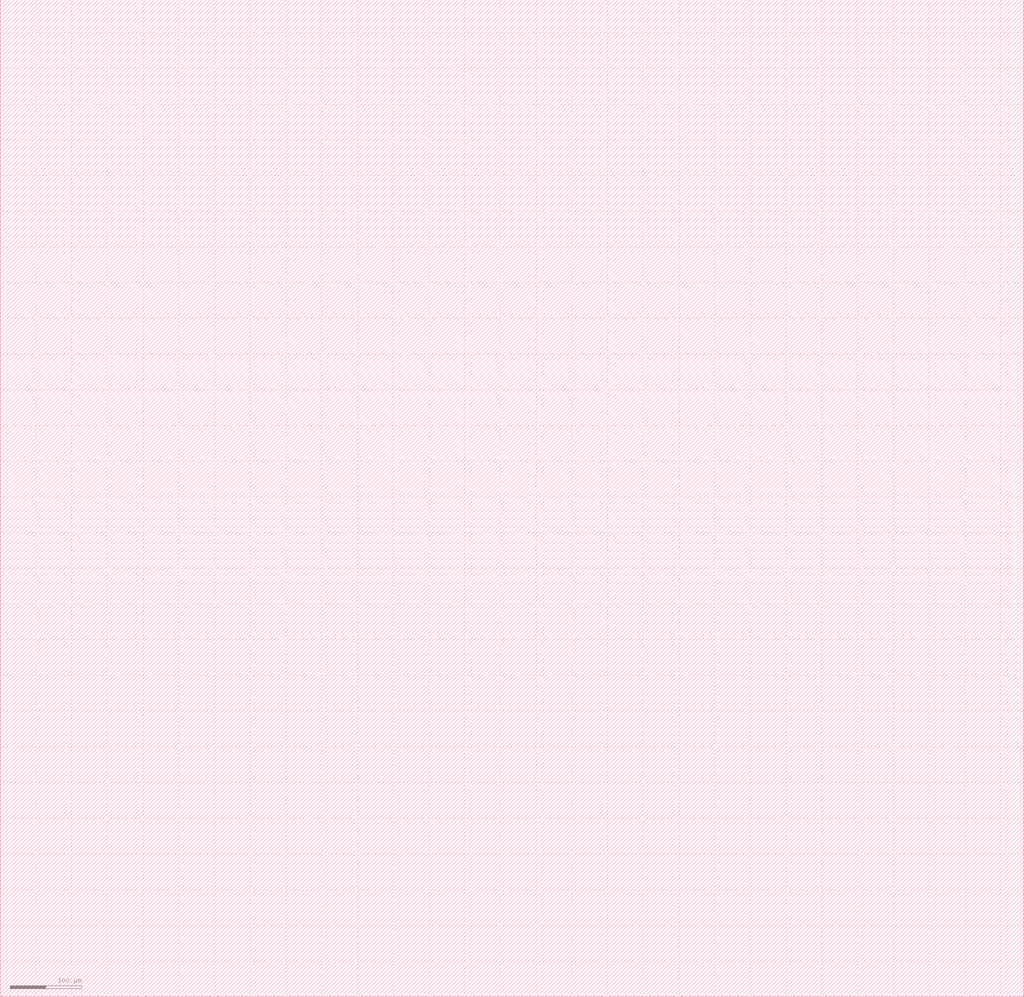
<source format=lef>
VERSION 5.7 ;
  NOWIREEXTENSIONATPIN ON ;
  DIVIDERCHAR "/" ;
  BUSBITCHARS "[]" ;
MACRO sealring
  CLASS BLOCK ;
  FOREIGN sealring ;
  ORIGIN 0.000 0.000 ;
  SIZE 1432.6 BY 1396.06 ;
  SYMMETRY X Y R90 ;
END sealring
END LIBRARY


</source>
